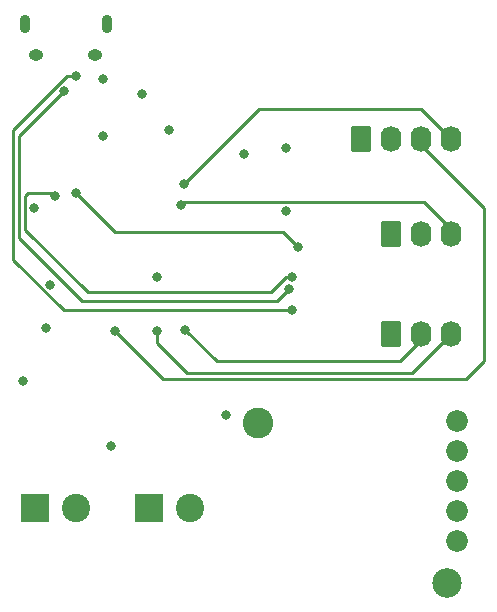
<source format=gbr>
%TF.GenerationSoftware,KiCad,Pcbnew,(6.0.0-0)*%
%TF.CreationDate,2022-12-05T10:13:41-05:00*%
%TF.ProjectId,Dome_Logics_V1,446f6d65-5f4c-46f6-9769-63735f56312e,rev?*%
%TF.SameCoordinates,Original*%
%TF.FileFunction,Copper,L3,Inr*%
%TF.FilePolarity,Positive*%
%FSLAX46Y46*%
G04 Gerber Fmt 4.6, Leading zero omitted, Abs format (unit mm)*
G04 Created by KiCad (PCBNEW (6.0.0-0)) date 2022-12-05 10:13:41*
%MOMM*%
%LPD*%
G01*
G04 APERTURE LIST*
G04 Aperture macros list*
%AMRoundRect*
0 Rectangle with rounded corners*
0 $1 Rounding radius*
0 $2 $3 $4 $5 $6 $7 $8 $9 X,Y pos of 4 corners*
0 Add a 4 corners polygon primitive as box body*
4,1,4,$2,$3,$4,$5,$6,$7,$8,$9,$2,$3,0*
0 Add four circle primitives for the rounded corners*
1,1,$1+$1,$2,$3*
1,1,$1+$1,$4,$5*
1,1,$1+$1,$6,$7*
1,1,$1+$1,$8,$9*
0 Add four rect primitives between the rounded corners*
20,1,$1+$1,$2,$3,$4,$5,0*
20,1,$1+$1,$4,$5,$6,$7,0*
20,1,$1+$1,$6,$7,$8,$9,0*
20,1,$1+$1,$8,$9,$2,$3,0*%
G04 Aperture macros list end*
%TA.AperFunction,ComponentPad*%
%ADD10RoundRect,0.250000X-0.620000X-0.845000X0.620000X-0.845000X0.620000X0.845000X-0.620000X0.845000X0*%
%TD*%
%TA.AperFunction,ComponentPad*%
%ADD11O,1.740000X2.190000*%
%TD*%
%TA.AperFunction,ComponentPad*%
%ADD12R,2.400000X2.400000*%
%TD*%
%TA.AperFunction,ComponentPad*%
%ADD13C,2.400000*%
%TD*%
%TA.AperFunction,ComponentPad*%
%ADD14C,1.836000*%
%TD*%
%TA.AperFunction,ComponentPad*%
%ADD15C,2.500000*%
%TD*%
%TA.AperFunction,ComponentPad*%
%ADD16C,2.600000*%
%TD*%
%TA.AperFunction,ComponentPad*%
%ADD17O,1.250000X0.950000*%
%TD*%
%TA.AperFunction,ComponentPad*%
%ADD18O,0.890000X1.550000*%
%TD*%
%TA.AperFunction,ViaPad*%
%ADD19C,0.800000*%
%TD*%
%TA.AperFunction,Conductor*%
%ADD20C,0.250000*%
%TD*%
%TA.AperFunction,Conductor*%
%ADD21C,0.254000*%
%TD*%
G04 APERTURE END LIST*
D10*
%TO.N,GND*%
%TO.C,J2*%
X121636000Y-92266000D03*
D11*
%TO.N,+5V*%
X124176000Y-92266000D03*
%TO.N,REAR_LOGICS*%
X126716000Y-92266000D03*
%TO.N,REAR_LOGICS_CLOCK*%
X129256000Y-92266000D03*
%TD*%
D12*
%TO.N,GND*%
%TO.C,J7*%
X94054000Y-123470000D03*
D13*
%TO.N,+5V*%
X97554000Y-123470000D03*
%TD*%
D10*
%TO.N,GND*%
%TO.C,J12*%
X124176000Y-108774000D03*
D11*
%TO.N,RX_FU*%
X126716000Y-108774000D03*
%TO.N,TX_FU*%
X129256000Y-108774000D03*
%TD*%
D14*
%TO.N,unconnected-(U6-Pad0)*%
%TO.C,U6*%
X129792000Y-126264000D03*
%TO.N,+12V*%
X129792000Y-123724000D03*
%TO.N,GND*%
X129792000Y-121184000D03*
X129792000Y-118644000D03*
%TO.N,+5V*%
X129792000Y-116104000D03*
D15*
%TO.N,N/C*%
X128962000Y-129794000D03*
D16*
X112962000Y-116294000D03*
%TD*%
D12*
%TO.N,GND*%
%TO.C,J5*%
X103714000Y-123470000D03*
D13*
%TO.N,+12V*%
X107214000Y-123470000D03*
%TD*%
D10*
%TO.N,GND*%
%TO.C,J3*%
X124176000Y-100306000D03*
D11*
%TO.N,+5V*%
X126716000Y-100306000D03*
%TO.N,FRONT_LOGICS*%
X129256000Y-100306000D03*
%TD*%
D17*
%TO.N,unconnected-(J1-Pad6)*%
%TO.C,J1*%
X94180000Y-85158000D03*
D18*
X100180000Y-82458000D03*
X93180000Y-82458000D03*
D17*
X99180000Y-85158000D03*
%TD*%
D19*
%TO.N,REAR_LOGICS_CLOCK*%
X106650000Y-96076000D03*
%TO.N,FRONT_LOGICS*%
X106396000Y-97854000D03*
%TO.N,RX_FU*%
X106777000Y-108395000D03*
%TO.N,TX_FU*%
X104364000Y-108522000D03*
%TO.N,REAR_LOGICS*%
X100808000Y-108522000D03*
%TO.N,GND*%
X104364000Y-103950000D03*
X95361500Y-104599500D03*
X105380000Y-91504000D03*
X115286000Y-98362000D03*
X93954500Y-98103500D03*
%TO.N,+3.3V*%
X93053000Y-112721000D03*
X111730000Y-93536000D03*
X99792000Y-92012000D03*
X110206000Y-115634000D03*
%TO.N,VBUS*%
X99792000Y-87186000D03*
X100522000Y-118206000D03*
%TO.N,D-*%
X115794000Y-106744000D03*
X97506000Y-86932000D03*
%TO.N,D+*%
X96490000Y-88202000D03*
X115540000Y-104966000D03*
%TO.N,TXD0*%
X95728000Y-97092000D03*
X115794000Y-103950000D03*
%TO.N,RXD0*%
X97506000Y-96838000D03*
X116302000Y-101410000D03*
%TO.N,RESET*%
X94966000Y-108268000D03*
X115286000Y-93028000D03*
X103161000Y-88389000D03*
%TD*%
D20*
%TO.N,RX_FU*%
X126716000Y-109284000D02*
X124938000Y-111062000D01*
X109444000Y-111062000D02*
X106777000Y-108395000D01*
X126716000Y-108774000D02*
X126716000Y-109284000D01*
X124938000Y-111062000D02*
X109444000Y-111062000D01*
%TO.N,TX_FU*%
X104364000Y-109538000D02*
X106904000Y-112078000D01*
X104364000Y-108522000D02*
X104364000Y-109538000D01*
X106904000Y-112078000D02*
X125952000Y-112078000D01*
X125952000Y-112078000D02*
X129256000Y-108774000D01*
%TO.N,REAR_LOGICS*%
X126716000Y-92266000D02*
X126716000Y-92774000D01*
X126716000Y-92774000D02*
X132050000Y-98108000D01*
X132050000Y-98108000D02*
X132050000Y-111062000D01*
X132050000Y-111062000D02*
X130526000Y-112586000D01*
X130526000Y-112586000D02*
X104872000Y-112586000D01*
X104872000Y-112586000D02*
X100808000Y-108522000D01*
%TO.N,FRONT_LOGICS*%
X106396000Y-97854000D02*
X106650000Y-97600000D01*
X106650000Y-97600000D02*
X126970000Y-97600000D01*
X126970000Y-97600000D02*
X129256000Y-99886000D01*
X129256000Y-99886000D02*
X129256000Y-100306000D01*
%TO.N,REAR_LOGICS_CLOCK*%
X106650000Y-96076000D02*
X113000000Y-89726000D01*
X113000000Y-89726000D02*
X126716000Y-89726000D01*
X126716000Y-89726000D02*
X129256000Y-92266000D01*
D21*
%TO.N,D-*%
X97506000Y-86932000D02*
X96732557Y-86932000D01*
X92226480Y-102491923D02*
X96478557Y-106744000D01*
X96732557Y-86932000D02*
X92226480Y-91438077D01*
X92226480Y-91438077D02*
X92226480Y-102491923D01*
X96478557Y-106744000D02*
X115794000Y-106744000D01*
%TO.N,D+*%
X92680000Y-100648000D02*
X98014000Y-105982000D01*
X92680000Y-92012000D02*
X92680000Y-100648000D01*
X96490000Y-88202000D02*
X92680000Y-92012000D01*
X114524000Y-105982000D02*
X115540000Y-104966000D01*
X98014000Y-105982000D02*
X114524000Y-105982000D01*
%TO.N,TXD0*%
X95474000Y-96838000D02*
X95728000Y-97092000D01*
X93442000Y-96838000D02*
X95474000Y-96838000D01*
X93227989Y-99925989D02*
X93227989Y-97131989D01*
X115794000Y-103950000D02*
X115286000Y-103950000D01*
X115286000Y-103950000D02*
X114016000Y-105220000D01*
X98522000Y-105220000D02*
X93227989Y-99925989D01*
X93188000Y-97092000D02*
X93442000Y-96838000D01*
X93227989Y-97131989D02*
X93188000Y-97092000D01*
X114016000Y-105220000D02*
X98522000Y-105220000D01*
%TO.N,RXD0*%
X97506000Y-96838000D02*
X100808000Y-100140000D01*
X115032000Y-100140000D02*
X116302000Y-101410000D01*
X100808000Y-100140000D02*
X115032000Y-100140000D01*
%TD*%
M02*

</source>
